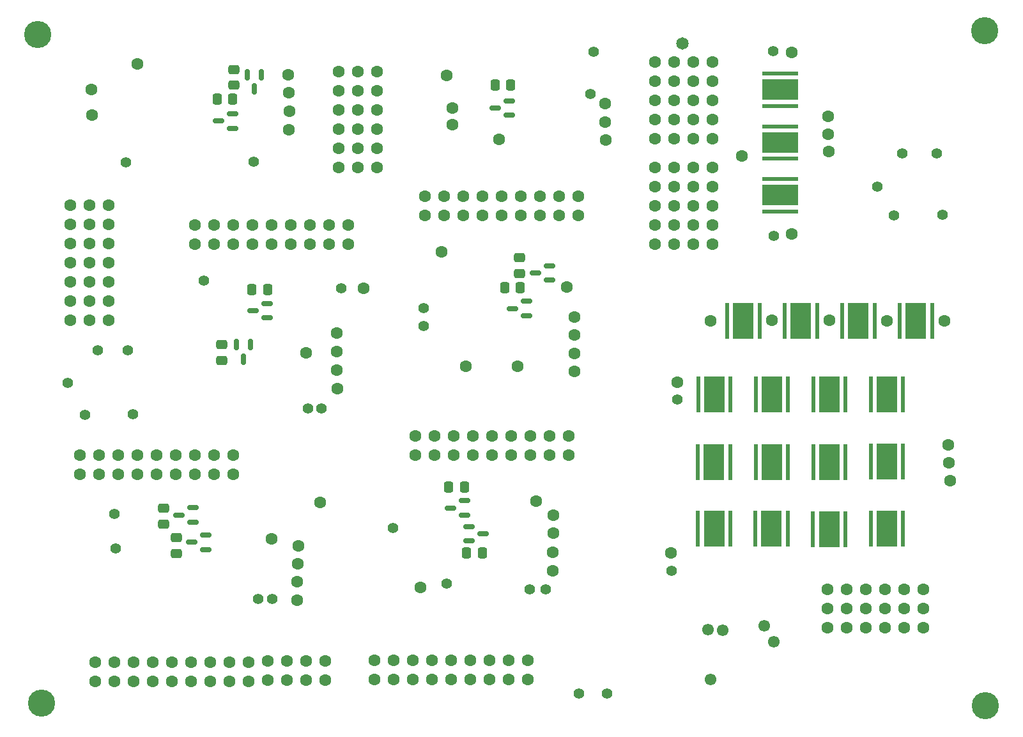
<source format=gbr>
%TF.GenerationSoftware,KiCad,Pcbnew,(6.0.4)*%
%TF.CreationDate,2022-12-17T18:01:14+03:00*%
%TF.ProjectId,Main_PCB_002,4d61696e-5f50-4434-925f-3030322e6b69,rev?*%
%TF.SameCoordinates,Original*%
%TF.FileFunction,Soldermask,Bot*%
%TF.FilePolarity,Negative*%
%FSLAX46Y46*%
G04 Gerber Fmt 4.6, Leading zero omitted, Abs format (unit mm)*
G04 Created by KiCad (PCBNEW (6.0.4)) date 2022-12-17 18:01:14*
%MOMM*%
%LPD*%
G01*
G04 APERTURE LIST*
G04 Aperture macros list*
%AMRoundRect*
0 Rectangle with rounded corners*
0 $1 Rounding radius*
0 $2 $3 $4 $5 $6 $7 $8 $9 X,Y pos of 4 corners*
0 Add a 4 corners polygon primitive as box body*
4,1,4,$2,$3,$4,$5,$6,$7,$8,$9,$2,$3,0*
0 Add four circle primitives for the rounded corners*
1,1,$1+$1,$2,$3*
1,1,$1+$1,$4,$5*
1,1,$1+$1,$6,$7*
1,1,$1+$1,$8,$9*
0 Add four rect primitives between the rounded corners*
20,1,$1+$1,$2,$3,$4,$5,0*
20,1,$1+$1,$4,$5,$6,$7,0*
20,1,$1+$1,$6,$7,$8,$9,0*
20,1,$1+$1,$8,$9,$2,$3,0*%
G04 Aperture macros list end*
%ADD10C,1.600000*%
%ADD11C,1.400000*%
%ADD12C,1.650000*%
%ADD13C,1.550000*%
%ADD14C,3.600000*%
%ADD15RoundRect,0.150000X0.587500X0.150000X-0.587500X0.150000X-0.587500X-0.150000X0.587500X-0.150000X0*%
%ADD16R,0.500000X4.780000*%
%ADD17R,2.780000X4.780000*%
%ADD18RoundRect,0.250000X0.337500X0.475000X-0.337500X0.475000X-0.337500X-0.475000X0.337500X-0.475000X0*%
%ADD19RoundRect,0.250000X-0.337500X-0.475000X0.337500X-0.475000X0.337500X0.475000X-0.337500X0.475000X0*%
%ADD20RoundRect,0.250000X-0.475000X0.337500X-0.475000X-0.337500X0.475000X-0.337500X0.475000X0.337500X0*%
%ADD21RoundRect,0.150000X-0.150000X0.587500X-0.150000X-0.587500X0.150000X-0.587500X0.150000X0.587500X0*%
%ADD22R,4.780000X0.500000*%
%ADD23R,4.780000X2.780000*%
%ADD24RoundRect,0.150000X-0.587500X-0.150000X0.587500X-0.150000X0.587500X0.150000X-0.587500X0.150000X0*%
G04 APERTURE END LIST*
D10*
%TO.C,*%
X137160000Y-113030000D03*
%TD*%
D11*
%TO.C,D104*%
X131927600Y-130810000D03*
%TD*%
D12*
%TO.C,U3*%
X152222200Y-58470800D03*
%TD*%
D10*
%TO.C,*%
X134620000Y-110490000D03*
%TD*%
%TO.C,D95*%
X171516100Y-68097700D03*
%TD*%
D11*
%TO.C,D11*%
X95361000Y-74142600D03*
%TD*%
D10*
%TO.C,*%
X184150000Y-133350000D03*
%TD*%
%TO.C,*%
X179324000Y-95250000D03*
%TD*%
%TO.C,*%
X181610000Y-135890000D03*
%TD*%
%TO.C,*%
X81991200Y-140385800D03*
%TD*%
%TO.C,*%
X74371200Y-142925800D03*
%TD*%
%TO.C,*%
X82550000Y-113030000D03*
%TD*%
%TO.C,*%
X84531200Y-140385800D03*
%TD*%
%TO.C,*%
X111760000Y-69850000D03*
%TD*%
%TO.C,*%
X130810000Y-81280000D03*
%TD*%
%TO.C,*%
X151130000Y-82550000D03*
%TD*%
%TO.C,D96*%
X171516100Y-70459900D03*
%TD*%
%TO.C,*%
X81991200Y-142925800D03*
%TD*%
%TO.C,*%
X106680000Y-74930000D03*
%TD*%
%TO.C,*%
X71043800Y-82448400D03*
%TD*%
%TO.C,D4*%
X79994000Y-61214000D03*
%TD*%
%TO.C,*%
X85090000Y-115570000D03*
%TD*%
%TO.C,*%
X92151200Y-140385800D03*
%TD*%
%TO.C,*%
X156210000Y-68580000D03*
%TD*%
%TO.C,D65*%
X101153693Y-132202613D03*
%TD*%
%TO.C,*%
X95250000Y-85090000D03*
%TD*%
%TO.C,*%
X109220000Y-74930000D03*
%TD*%
%TO.C,*%
X173990000Y-133350000D03*
%TD*%
%TO.C,*%
X153670000Y-71120000D03*
%TD*%
D11*
%TO.C,D14*%
X150777000Y-128306000D03*
%TD*%
D10*
%TO.C,*%
X132080000Y-110490000D03*
%TD*%
%TO.C,*%
X80010000Y-113030000D03*
%TD*%
%TO.C,D62*%
X101269800Y-124993400D03*
%TD*%
%TO.C,*%
X71043800Y-95148400D03*
%TD*%
%TO.C,*%
X71043800Y-92608400D03*
%TD*%
%TO.C,*%
X95250000Y-82550000D03*
%TD*%
%TO.C,*%
X111760000Y-64770000D03*
%TD*%
%TO.C,*%
X164084000Y-95123000D03*
%TD*%
%TO.C,*%
X171450000Y-130810000D03*
%TD*%
D11*
%TO.C,D101*%
X97826293Y-132024813D03*
%TD*%
D10*
%TO.C,*%
X97790000Y-85090000D03*
%TD*%
%TO.C,*%
X129133600Y-140182600D03*
%TD*%
%TO.C,*%
X138430000Y-81280000D03*
%TD*%
%TO.C,D2*%
X127863600Y-71170800D03*
%TD*%
%TO.C,*%
X135890000Y-78740000D03*
%TD*%
%TO.C,*%
X87630000Y-85090000D03*
%TD*%
%TO.C,*%
X151130000Y-80010000D03*
%TD*%
%TO.C,*%
X106680000Y-72390000D03*
%TD*%
%TO.C,*%
X156210000Y-77470000D03*
%TD*%
%TO.C,*%
X173990000Y-130810000D03*
%TD*%
%TO.C,*%
X85090000Y-113030000D03*
%TD*%
%TO.C,*%
X153670000Y-66040000D03*
%TD*%
%TO.C,*%
X76123800Y-84988400D03*
%TD*%
D11*
%TO.C,D107*%
X117906800Y-95859600D03*
%TD*%
D10*
%TO.C,*%
X118973600Y-142722600D03*
%TD*%
D11*
%TO.C,D13*%
X140423800Y-59551800D03*
%TD*%
D10*
%TO.C,D98*%
X121742200Y-67005200D03*
%TD*%
%TO.C,*%
X99796600Y-140284200D03*
%TD*%
%TO.C,*%
X76123800Y-90068400D03*
%TD*%
%TO.C,D80*%
X135077200Y-123317000D03*
%TD*%
%TO.C,*%
X111760000Y-72390000D03*
%TD*%
%TO.C,*%
X92710000Y-113030000D03*
%TD*%
D11*
%TO.C,D79*%
X72991528Y-107635000D03*
%TD*%
D10*
%TO.C,*%
X137160000Y-110490000D03*
%TD*%
%TO.C,D41*%
X117482800Y-130479800D03*
%TD*%
%TO.C,*%
X153670000Y-85090000D03*
%TD*%
%TO.C,*%
X125730000Y-81280000D03*
%TD*%
D11*
%TO.C,D102*%
X102539800Y-106807000D03*
%TD*%
D10*
%TO.C,D57*%
X166686200Y-83728200D03*
%TD*%
D11*
%TO.C,D39*%
X77065093Y-125386013D03*
%TD*%
D10*
%TO.C,*%
X123190000Y-78740000D03*
%TD*%
%TO.C,*%
X128270000Y-78740000D03*
%TD*%
%TO.C,*%
X100330000Y-82550000D03*
%TD*%
%TO.C,*%
X129540000Y-110490000D03*
%TD*%
%TO.C,D75*%
X137924300Y-97104200D03*
%TD*%
%TO.C,*%
X148590000Y-80010000D03*
%TD*%
D11*
%TO.C,D40*%
X76912693Y-120788613D03*
%TD*%
D10*
%TO.C,*%
X79451200Y-142925800D03*
%TD*%
%TO.C,*%
X73583800Y-92608400D03*
%TD*%
%TO.C,*%
X111760000Y-74930000D03*
%TD*%
%TO.C,*%
X106680000Y-64770000D03*
%TD*%
%TO.C,*%
X109220000Y-69850000D03*
%TD*%
%TO.C,*%
X156210000Y-66040000D03*
%TD*%
%TO.C,*%
X156210000Y-85090000D03*
%TD*%
%TO.C,*%
X179070000Y-130810000D03*
%TD*%
%TO.C,*%
X90170000Y-85090000D03*
%TD*%
%TO.C,*%
X176530000Y-130810000D03*
%TD*%
%TO.C,*%
X148590000Y-63500000D03*
%TD*%
%TO.C,*%
X148590000Y-68580000D03*
%TD*%
%TO.C,*%
X138430000Y-78740000D03*
%TD*%
%TO.C,*%
X99796600Y-142824200D03*
%TD*%
%TO.C,*%
X121920000Y-113030000D03*
%TD*%
%TO.C,*%
X102336600Y-140284200D03*
%TD*%
%TO.C,D37*%
X104176293Y-119274013D03*
%TD*%
%TO.C,*%
X109220000Y-64770000D03*
%TD*%
%TO.C,*%
X176530000Y-133350000D03*
%TD*%
%TO.C,*%
X124460000Y-113030000D03*
%TD*%
%TO.C,*%
X92710000Y-85090000D03*
%TD*%
%TO.C,*%
X102336600Y-142824200D03*
%TD*%
%TO.C,*%
X73583800Y-87528400D03*
%TD*%
%TO.C,D5*%
X120942000Y-62726800D03*
%TD*%
%TO.C,D68*%
X100085400Y-67411600D03*
%TD*%
%TO.C,*%
X73583800Y-79908400D03*
%TD*%
%TO.C,*%
X100330000Y-85090000D03*
%TD*%
D11*
%TO.C,D51*%
X113825200Y-122605800D03*
%TD*%
D10*
%TO.C,*%
X97256600Y-142824200D03*
%TD*%
%TO.C,*%
X151130000Y-77470000D03*
%TD*%
%TO.C,*%
X87071200Y-142925800D03*
%TD*%
%TO.C,D92*%
X187450800Y-111641200D03*
%TD*%
%TO.C,*%
X76123800Y-95148400D03*
%TD*%
%TO.C,D23*%
X136906000Y-90703400D03*
%TD*%
D11*
%TO.C,D71*%
X186613800Y-81176050D03*
%TD*%
D10*
%TO.C,*%
X113893600Y-142722600D03*
%TD*%
%TO.C,D44*%
X109956600Y-90932000D03*
%TD*%
%TO.C,*%
X72390000Y-115570000D03*
%TD*%
%TO.C,D97*%
X171541500Y-72796700D03*
%TD*%
%TO.C,D50*%
X150677000Y-125956000D03*
%TD*%
%TO.C,D17*%
X73923400Y-67919600D03*
%TD*%
D11*
%TO.C,D89*%
X70781728Y-103393200D03*
%TD*%
D10*
%TO.C,*%
X135890000Y-81280000D03*
%TD*%
%TO.C,*%
X106680000Y-67310000D03*
%TD*%
%TO.C,*%
X71043800Y-79908400D03*
%TD*%
%TO.C,*%
X89611200Y-142925800D03*
%TD*%
%TO.C,*%
X92710000Y-82550000D03*
%TD*%
D11*
%TO.C,D78*%
X181279800Y-72997250D03*
%TD*%
D13*
%TO.C,U27*%
X164287200Y-137734800D03*
%TD*%
D10*
%TO.C,D58*%
X151550200Y-103310000D03*
%TD*%
%TO.C,*%
X129540000Y-113030000D03*
%TD*%
%TO.C,*%
X94691200Y-140385800D03*
%TD*%
%TO.C,*%
X111760000Y-67310000D03*
%TD*%
%TO.C,D67*%
X100034600Y-64973200D03*
%TD*%
%TO.C,*%
X104876600Y-142824200D03*
%TD*%
%TO.C,*%
X156210000Y-82550000D03*
%TD*%
%TO.C,*%
X76123800Y-82448400D03*
%TD*%
%TO.C,*%
X179070000Y-135890000D03*
%TD*%
%TO.C,*%
X116840000Y-113030000D03*
%TD*%
%TO.C,D69*%
X100034600Y-69875400D03*
%TD*%
D11*
%TO.C,D8*%
X164276200Y-83916000D03*
%TD*%
D13*
%TO.C,U25*%
X155575000Y-136134600D03*
%TD*%
D10*
%TO.C,*%
X92151200Y-142925800D03*
%TD*%
%TO.C,D42*%
X132799000Y-119126000D03*
%TD*%
%TO.C,*%
X134620000Y-113030000D03*
%TD*%
%TO.C,*%
X156210000Y-80010000D03*
%TD*%
%TO.C,D81*%
X135026400Y-125831600D03*
%TD*%
%TO.C,*%
X153670000Y-74930000D03*
%TD*%
%TO.C,*%
X151130000Y-66040000D03*
%TD*%
%TO.C,*%
X89611200Y-140385800D03*
%TD*%
%TO.C,*%
X73583800Y-84988400D03*
%TD*%
D13*
%TO.C,U28*%
X163068000Y-135601200D03*
%TD*%
D10*
%TO.C,D85*%
X106426000Y-99263200D03*
%TD*%
%TO.C,*%
X121513600Y-140182600D03*
%TD*%
%TO.C,*%
X156210000Y-60960000D03*
%TD*%
%TO.C,D82*%
X135026400Y-128346200D03*
%TD*%
%TO.C,D99*%
X121716800Y-69189600D03*
%TD*%
%TO.C,*%
X148590000Y-66040000D03*
%TD*%
%TO.C,*%
X74930000Y-115570000D03*
%TD*%
%TO.C,*%
X111353600Y-142722600D03*
%TD*%
%TO.C,D36*%
X97750093Y-124074613D03*
%TD*%
%TO.C,*%
X77470000Y-113030000D03*
%TD*%
%TO.C,*%
X107950000Y-82550000D03*
%TD*%
D11*
%TO.C,D53*%
X88747600Y-89916400D03*
%TD*%
D10*
%TO.C,*%
X184150000Y-130810000D03*
%TD*%
%TO.C,*%
X97790000Y-82550000D03*
%TD*%
D11*
%TO.C,D72*%
X178028600Y-77416850D03*
%TD*%
D10*
%TO.C,*%
X133350000Y-81280000D03*
%TD*%
%TO.C,*%
X87630000Y-82550000D03*
%TD*%
D11*
%TO.C,D100*%
X95972093Y-132024813D03*
%TD*%
D10*
%TO.C,*%
X105410000Y-85090000D03*
%TD*%
%TO.C,D66*%
X99983800Y-62611000D03*
%TD*%
%TO.C,*%
X105410000Y-82550000D03*
%TD*%
D14*
%TO.C,U4*%
X67259200Y-145872200D03*
%TD*%
D10*
%TO.C,*%
X104876600Y-140284200D03*
%TD*%
%TO.C,*%
X76911200Y-140385800D03*
%TD*%
%TO.C,*%
X148590000Y-82550000D03*
%TD*%
%TO.C,*%
X109220000Y-62230000D03*
%TD*%
D14*
%TO.C,D3*%
X192250000Y-56800000D03*
%TD*%
D11*
%TO.C,D15*%
X151550200Y-105596000D03*
%TD*%
D10*
%TO.C,*%
X113893600Y-140182600D03*
%TD*%
%TO.C,*%
X121920000Y-110490000D03*
%TD*%
D11*
%TO.C,D10*%
X142220200Y-144529600D03*
%TD*%
D10*
%TO.C,*%
X171450000Y-135890000D03*
%TD*%
%TO.C,*%
X123190000Y-81280000D03*
%TD*%
%TO.C,*%
X173990000Y-135890000D03*
%TD*%
%TO.C,*%
X116433600Y-140182600D03*
%TD*%
%TO.C,D76*%
X137922000Y-99517200D03*
%TD*%
%TO.C,*%
X148590000Y-77470000D03*
%TD*%
%TO.C,*%
X148590000Y-85090000D03*
%TD*%
%TO.C,*%
X156210000Y-71120000D03*
%TD*%
%TO.C,D1*%
X73898000Y-64592200D03*
%TD*%
%TO.C,*%
X148590000Y-71120000D03*
%TD*%
%TO.C,D55*%
X166686200Y-59649000D03*
%TD*%
%TO.C,*%
X102870000Y-82550000D03*
%TD*%
%TO.C,*%
X102870000Y-85090000D03*
%TD*%
%TO.C,*%
X73583800Y-82448400D03*
%TD*%
%TO.C,*%
X181610000Y-130810000D03*
%TD*%
%TO.C,*%
X128270000Y-81280000D03*
%TD*%
%TO.C,*%
X133350000Y-78740000D03*
%TD*%
%TO.C,*%
X121513600Y-142722600D03*
%TD*%
%TO.C,*%
X84531200Y-142925800D03*
%TD*%
D11*
%TO.C,D73*%
X185877200Y-72997250D03*
%TD*%
D10*
%TO.C,*%
X73583800Y-90068400D03*
%TD*%
D11*
%TO.C,D54*%
X106984800Y-90932000D03*
%TD*%
D10*
%TO.C,*%
X124053600Y-140182600D03*
%TD*%
%TO.C,D19*%
X130327400Y-101258500D03*
%TD*%
%TO.C,*%
X120650000Y-78740000D03*
%TD*%
%TO.C,*%
X130810000Y-78740000D03*
%TD*%
%TO.C,*%
X87071200Y-140385800D03*
%TD*%
%TO.C,*%
X153670000Y-80010000D03*
%TD*%
D11*
%TO.C,D7*%
X164226200Y-59466000D03*
%TD*%
%TO.C,D90*%
X78706528Y-99075200D03*
%TD*%
D10*
%TO.C,*%
X186944000Y-95250000D03*
%TD*%
%TO.C,*%
X148590000Y-74930000D03*
%TD*%
D11*
%TO.C,D52*%
X120937200Y-129971800D03*
%TD*%
D10*
%TO.C,*%
X148590000Y-60960000D03*
%TD*%
%TO.C,*%
X97256600Y-140284200D03*
%TD*%
%TO.C,*%
X119380000Y-113030000D03*
%TD*%
%TO.C,*%
X74930000Y-113030000D03*
%TD*%
%TO.C,*%
X153670000Y-82550000D03*
%TD*%
%TO.C,*%
X109220000Y-72390000D03*
%TD*%
%TO.C,*%
X90170000Y-82550000D03*
%TD*%
%TO.C,*%
X111353600Y-140182600D03*
%TD*%
D11*
%TO.C,D106*%
X117906800Y-93497400D03*
%TD*%
D10*
%TO.C,*%
X94691200Y-142925800D03*
%TD*%
%TO.C,*%
X127000000Y-113030000D03*
%TD*%
%TO.C,*%
X87630000Y-113030000D03*
%TD*%
%TO.C,*%
X132080000Y-113030000D03*
%TD*%
%TO.C,D74*%
X137922000Y-94716600D03*
%TD*%
%TO.C,*%
X176530000Y-135890000D03*
%TD*%
%TO.C,*%
X127000000Y-110490000D03*
%TD*%
%TO.C,*%
X116433600Y-142722600D03*
%TD*%
%TO.C,*%
X184150000Y-135890000D03*
%TD*%
%TO.C,*%
X71043800Y-84988400D03*
%TD*%
D14*
%TO.C,U2*%
X192328800Y-146202400D03*
%TD*%
D10*
%TO.C,D64*%
X101153693Y-129738813D03*
%TD*%
%TO.C,*%
X171450000Y-133350000D03*
%TD*%
%TO.C,*%
X82550000Y-115570000D03*
%TD*%
%TO.C,*%
X179070000Y-133350000D03*
%TD*%
%TO.C,*%
X90170000Y-113030000D03*
%TD*%
%TO.C,*%
X156210000Y-63500000D03*
%TD*%
%TO.C,D18*%
X120294400Y-86055200D03*
%TD*%
%TO.C,*%
X156210000Y-74930000D03*
%TD*%
%TO.C,D94*%
X187628600Y-116340200D03*
%TD*%
%TO.C,*%
X155956000Y-95250000D03*
%TD*%
%TO.C,*%
X90170000Y-115570000D03*
%TD*%
%TO.C,*%
X72390000Y-113030000D03*
%TD*%
%TO.C,*%
X124460000Y-110490000D03*
%TD*%
%TO.C,D59*%
X141967400Y-66409800D03*
%TD*%
D11*
%TO.C,D6*%
X78470000Y-74193400D03*
%TD*%
D10*
%TO.C,*%
X92710000Y-115570000D03*
%TD*%
%TO.C,*%
X80010000Y-115570000D03*
%TD*%
%TO.C,*%
X79451200Y-140385800D03*
%TD*%
%TO.C,*%
X109220000Y-67310000D03*
%TD*%
%TO.C,*%
X153670000Y-68580000D03*
%TD*%
%TO.C,*%
X74371200Y-140385800D03*
%TD*%
%TO.C,D56*%
X160082200Y-73365000D03*
%TD*%
D14*
%TO.C,U5*%
X66800000Y-57300000D03*
%TD*%
D10*
%TO.C,*%
X87630000Y-115570000D03*
%TD*%
D11*
%TO.C,D103*%
X104343200Y-106807000D03*
%TD*%
D10*
%TO.C,*%
X129133600Y-142722600D03*
%TD*%
%TO.C,*%
X153670000Y-77470000D03*
%TD*%
%TO.C,*%
X73583800Y-95148400D03*
%TD*%
%TO.C,*%
X181610000Y-133350000D03*
%TD*%
%TO.C,*%
X106680000Y-69850000D03*
%TD*%
%TO.C,D84*%
X106426000Y-96824800D03*
%TD*%
%TO.C,*%
X151130000Y-74930000D03*
%TD*%
D11*
%TO.C,D105*%
X134035800Y-130810000D03*
%TD*%
D10*
%TO.C,D87*%
X106476800Y-104165400D03*
%TD*%
%TO.C,D60*%
X141967400Y-68884800D03*
%TD*%
%TO.C,*%
X151130000Y-71120000D03*
%TD*%
%TO.C,*%
X118110000Y-78740000D03*
%TD*%
D11*
%TO.C,D70*%
X180213000Y-81226850D03*
%TD*%
D10*
%TO.C,*%
X107950000Y-85090000D03*
%TD*%
%TO.C,*%
X125730000Y-78740000D03*
%TD*%
D13*
%TO.C,U24*%
X157505400Y-136160000D03*
%TD*%
D10*
%TO.C,*%
X76911200Y-142925800D03*
%TD*%
%TO.C,*%
X106680000Y-62230000D03*
%TD*%
%TO.C,*%
X76123800Y-92608400D03*
%TD*%
%TO.C,D86*%
X106426000Y-101752400D03*
%TD*%
%TO.C,*%
X171704000Y-95123000D03*
%TD*%
%TO.C,*%
X151130000Y-63500000D03*
%TD*%
%TO.C,*%
X77470000Y-115570000D03*
%TD*%
%TO.C,*%
X153670000Y-60960000D03*
%TD*%
%TO.C,*%
X151130000Y-68580000D03*
%TD*%
%TO.C,*%
X111760000Y-62230000D03*
%TD*%
D13*
%TO.C,U26*%
X155905200Y-142713200D03*
%TD*%
D11*
%TO.C,D91*%
X74693328Y-99075200D03*
%TD*%
D10*
%TO.C,*%
X118973600Y-140182600D03*
%TD*%
%TO.C,*%
X116840000Y-110490000D03*
%TD*%
%TO.C,*%
X120650000Y-81280000D03*
%TD*%
%TO.C,*%
X153670000Y-63500000D03*
%TD*%
%TO.C,*%
X76123800Y-79908400D03*
%TD*%
%TO.C,D22*%
X123494800Y-101193600D03*
%TD*%
%TO.C,D83*%
X135069400Y-120954800D03*
%TD*%
%TO.C,*%
X76123800Y-87528400D03*
%TD*%
%TO.C,*%
X124053600Y-142722600D03*
%TD*%
%TO.C,D77*%
X137922000Y-101930200D03*
%TD*%
%TO.C,D43*%
X102362000Y-99441400D03*
%TD*%
%TO.C,D93*%
X187527000Y-113978000D03*
%TD*%
%TO.C,*%
X151130000Y-85090000D03*
%TD*%
%TO.C,*%
X131673600Y-142722600D03*
%TD*%
%TO.C,*%
X126593600Y-142722600D03*
%TD*%
%TO.C,D63*%
X101204493Y-127376613D03*
%TD*%
%TO.C,*%
X71043800Y-87528400D03*
%TD*%
%TO.C,*%
X118110000Y-81280000D03*
%TD*%
%TO.C,*%
X151130000Y-60960000D03*
%TD*%
%TO.C,*%
X131673600Y-140182600D03*
%TD*%
%TO.C,D61*%
X142011400Y-71272400D03*
%TD*%
%TO.C,*%
X126593600Y-140182600D03*
%TD*%
D11*
%TO.C,D88*%
X79341528Y-107533400D03*
%TD*%
D10*
%TO.C,*%
X71043800Y-90068400D03*
%TD*%
D11*
%TO.C,D9*%
X138470200Y-144579600D03*
%TD*%
%TO.C,D16*%
X140042800Y-65165200D03*
%TD*%
D10*
%TO.C,*%
X119380000Y-110490000D03*
%TD*%
D15*
%TO.C,U19*%
X123347900Y-119039600D03*
X123347900Y-120939600D03*
X121472900Y-119989600D03*
%TD*%
%TO.C,U16*%
X134566900Y-87887900D03*
X134566900Y-89787900D03*
X132691900Y-88837900D03*
%TD*%
D16*
%TO.C,D34*%
X161907000Y-104961000D03*
X166187000Y-104961000D03*
D17*
X164047000Y-104961000D03*
%TD*%
D15*
%TO.C,U15*%
X131546600Y-92627500D03*
X131546600Y-94527500D03*
X129671600Y-93577500D03*
%TD*%
D16*
%TO.C,D33*%
X173374000Y-95250000D03*
X177654000Y-95250000D03*
D17*
X175514000Y-95250000D03*
%TD*%
D15*
%TO.C,U10*%
X89035593Y-123581813D03*
X89035593Y-125481813D03*
X87160593Y-124531813D03*
%TD*%
D18*
%TO.C,C55*%
X97204200Y-91023400D03*
X95129200Y-91023400D03*
%TD*%
D15*
%TO.C,U20*%
X97155000Y-92918200D03*
X97155000Y-94818200D03*
X95280000Y-93868200D03*
%TD*%
D19*
%TO.C,C54*%
X123612000Y-125958600D03*
X125687000Y-125958600D03*
%TD*%
D20*
%TO.C,C52*%
X130581400Y-86860600D03*
X130581400Y-88935600D03*
%TD*%
D16*
%TO.C,D35*%
X154287000Y-104935200D03*
X158567000Y-104935200D03*
D17*
X156427000Y-104935200D03*
%TD*%
D20*
%TO.C,C47*%
X85100893Y-123922213D03*
X85100893Y-125997213D03*
%TD*%
D16*
%TO.C,D33*%
X180994000Y-95250000D03*
X185274000Y-95250000D03*
D17*
X183134000Y-95250000D03*
%TD*%
D16*
%TO.C,D33*%
X169527000Y-104961000D03*
X173807000Y-104961000D03*
D17*
X171667000Y-104961000D03*
%TD*%
D21*
%TO.C,U13*%
X94512600Y-62587900D03*
X96412600Y-62587900D03*
X95462600Y-64462900D03*
%TD*%
D15*
%TO.C,U11*%
X87333793Y-119975013D03*
X87333793Y-121875013D03*
X85458793Y-120925013D03*
%TD*%
D22*
%TO.C,D48*%
X165187600Y-73727000D03*
X165187600Y-69447000D03*
D23*
X165187600Y-71587000D03*
%TD*%
D16*
%TO.C,D26*%
X161857000Y-122741000D03*
X166137000Y-122741000D03*
D17*
X163997000Y-122741000D03*
%TD*%
D16*
%TO.C,D24*%
X177147000Y-122741000D03*
X181427000Y-122741000D03*
D17*
X179287000Y-122741000D03*
%TD*%
D15*
%TO.C,U9*%
X129292800Y-66079600D03*
X129292800Y-67979600D03*
X127417800Y-67029600D03*
%TD*%
D16*
%TO.C,D33*%
X165754000Y-95250000D03*
X170034000Y-95250000D03*
D17*
X167894000Y-95250000D03*
%TD*%
D16*
%TO.C,D31*%
X154237000Y-113906000D03*
X158517000Y-113906000D03*
D17*
X156377000Y-113906000D03*
%TD*%
D20*
%TO.C,C48*%
X83414293Y-120040613D03*
X83414293Y-122115613D03*
%TD*%
D16*
%TO.C,D29*%
X169527000Y-113885200D03*
X173807000Y-113885200D03*
D17*
X171667000Y-113885200D03*
%TD*%
D18*
%TO.C,C53*%
X130726000Y-90844500D03*
X128651000Y-90844500D03*
%TD*%
D24*
%TO.C,U17*%
X123885900Y-124368600D03*
X123885900Y-122468600D03*
X125760900Y-123418600D03*
%TD*%
D16*
%TO.C,D28*%
X177147000Y-113851000D03*
X181427000Y-113851000D03*
D17*
X179287000Y-113851000D03*
%TD*%
D16*
%TO.C,D32*%
X177147000Y-104961000D03*
X181427000Y-104961000D03*
D17*
X179287000Y-104961000D03*
%TD*%
D20*
%TO.C,C50*%
X92719400Y-61907600D03*
X92719400Y-63982600D03*
%TD*%
D16*
%TO.C,D33*%
X158134000Y-95250000D03*
X162414000Y-95250000D03*
D17*
X160274000Y-95250000D03*
%TD*%
D21*
%TO.C,U18*%
X93096000Y-98374200D03*
X94996000Y-98374200D03*
X94046000Y-100249200D03*
%TD*%
D16*
%TO.C,D25*%
X169502000Y-122781000D03*
X173782000Y-122781000D03*
D17*
X171642000Y-122781000D03*
%TD*%
D15*
%TO.C,U12*%
X92567000Y-67797600D03*
X92567000Y-69697600D03*
X90692000Y-68747600D03*
%TD*%
D18*
%TO.C,C49*%
X92594700Y-65852000D03*
X90519700Y-65852000D03*
%TD*%
%TO.C,C56*%
X123317000Y-117221000D03*
X121242000Y-117221000D03*
%TD*%
D22*
%TO.C,D47*%
X165111400Y-66742000D03*
X165111400Y-62462000D03*
D23*
X165111400Y-64602000D03*
%TD*%
D20*
%TO.C,C57*%
X91165400Y-98356700D03*
X91165400Y-100431700D03*
%TD*%
D16*
%TO.C,D27*%
X154262000Y-122756000D03*
X158542000Y-122756000D03*
D17*
X156402000Y-122756000D03*
%TD*%
D18*
%TO.C,C46*%
X129422100Y-64007000D03*
X127347100Y-64007000D03*
%TD*%
D16*
%TO.C,D30*%
X161907000Y-113885200D03*
X166187000Y-113885200D03*
D17*
X164047000Y-113885200D03*
%TD*%
D22*
%TO.C,D49*%
X165162200Y-80712000D03*
X165162200Y-76432000D03*
D23*
X165162200Y-78572000D03*
%TD*%
M02*

</source>
